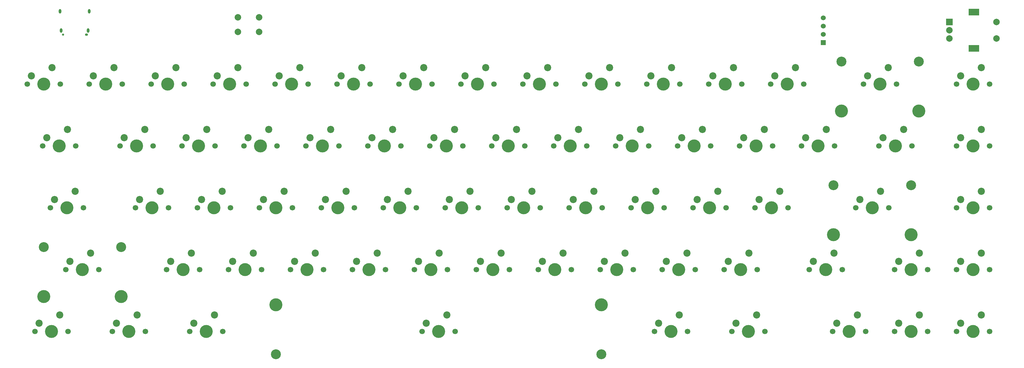
<source format=gts>
G04 #@! TF.GenerationSoftware,KiCad,Pcbnew,(5.1.9)-1*
G04 #@! TF.CreationDate,2021-04-19T20:06:47-07:00*
G04 #@! TF.ProjectId,keyboard,6b657962-6f61-4726-942e-6b696361645f,rev?*
G04 #@! TF.SameCoordinates,Original*
G04 #@! TF.FileFunction,Soldermask,Top*
G04 #@! TF.FilePolarity,Negative*
%FSLAX46Y46*%
G04 Gerber Fmt 4.6, Leading zero omitted, Abs format (unit mm)*
G04 Created by KiCad (PCBNEW (5.1.9)-1) date 2021-04-19 20:06:47*
%MOMM*%
%LPD*%
G01*
G04 APERTURE LIST*
%ADD10C,2.200000*%
%ADD11C,4.000000*%
%ADD12C,1.700000*%
%ADD13C,3.050000*%
%ADD14C,0.650000*%
%ADD15O,0.950000X0.650000*%
%ADD16O,0.800000X1.400000*%
%ADD17C,1.524000*%
%ADD18R,1.524000X1.524000*%
%ADD19C,2.000000*%
%ADD20R,2.000000X2.000000*%
%ADD21R,3.200000X2.000000*%
G04 APERTURE END LIST*
D10*
G04 #@! TO.C,K31*
X197643750Y-127000000D03*
X191293750Y-129540000D03*
D11*
X195103750Y-132080000D03*
D12*
X190023750Y-132080000D03*
X200183750Y-132080000D03*
D11*
X145103750Y-123840000D03*
X245103750Y-123840000D03*
D13*
X245103750Y-139080000D03*
X145103750Y-139080000D03*
G04 #@! TD*
D14*
G04 #@! TO.C,J1*
X79579920Y-40585480D03*
D15*
X86779920Y-40585480D03*
D16*
X78689920Y-33385480D03*
X87669920Y-33385480D03*
X87309920Y-39335480D03*
X79049920Y-39335480D03*
G04 #@! TD*
D17*
G04 #@! TO.C,OLED1*
X313350240Y-35438080D03*
X313350240Y-37978080D03*
X313350240Y-40518080D03*
D18*
X313350240Y-43058080D03*
G04 #@! TD*
D12*
G04 #@! TO.C,K54*
X307340000Y-55880000D03*
X297180000Y-55880000D03*
D11*
X302260000Y-55880000D03*
D10*
X298450000Y-53340000D03*
X304800000Y-50800000D03*
G04 #@! TD*
G04 #@! TO.C,K1*
X76200000Y-50800000D03*
X69850000Y-53340000D03*
D11*
X73660000Y-55880000D03*
D12*
X68580000Y-55880000D03*
X78740000Y-55880000D03*
G04 #@! TD*
G04 #@! TO.C,K2*
X83502500Y-74930000D03*
X73342500Y-74930000D03*
D11*
X78422500Y-74930000D03*
D10*
X74612500Y-72390000D03*
X80962500Y-69850000D03*
G04 #@! TD*
D12*
G04 #@! TO.C,K3*
X85883750Y-93980000D03*
X75723750Y-93980000D03*
D11*
X80803750Y-93980000D03*
D10*
X76993750Y-91440000D03*
X83343750Y-88900000D03*
G04 #@! TD*
G04 #@! TO.C,K4*
X88106250Y-107950000D03*
X81756250Y-110490000D03*
D11*
X85566250Y-113030000D03*
D12*
X80486250Y-113030000D03*
X90646250Y-113030000D03*
D11*
X97466250Y-121270000D03*
X73666250Y-121270000D03*
D13*
X73666250Y-106030000D03*
X97466250Y-106030000D03*
G04 #@! TD*
D10*
G04 #@! TO.C,K5*
X78581250Y-127000000D03*
X72231250Y-129540000D03*
D11*
X76041250Y-132080000D03*
D12*
X70961250Y-132080000D03*
X81121250Y-132080000D03*
G04 #@! TD*
G04 #@! TO.C,K6*
X97790000Y-55880000D03*
X87630000Y-55880000D03*
D11*
X92710000Y-55880000D03*
D10*
X88900000Y-53340000D03*
X95250000Y-50800000D03*
G04 #@! TD*
G04 #@! TO.C,K7*
X104775000Y-69850000D03*
X98425000Y-72390000D03*
D11*
X102235000Y-74930000D03*
D12*
X97155000Y-74930000D03*
X107315000Y-74930000D03*
G04 #@! TD*
G04 #@! TO.C,K8*
X112077500Y-93980000D03*
X101917500Y-93980000D03*
D11*
X106997500Y-93980000D03*
D10*
X103187500Y-91440000D03*
X109537500Y-88900000D03*
G04 #@! TD*
G04 #@! TO.C,K9*
X102393750Y-127000000D03*
X96043750Y-129540000D03*
D11*
X99853750Y-132080000D03*
D12*
X94773750Y-132080000D03*
X104933750Y-132080000D03*
G04 #@! TD*
D10*
G04 #@! TO.C,K10*
X114300000Y-50800000D03*
X107950000Y-53340000D03*
D11*
X111760000Y-55880000D03*
D12*
X106680000Y-55880000D03*
X116840000Y-55880000D03*
G04 #@! TD*
D10*
G04 #@! TO.C,K11*
X123825000Y-69850000D03*
X117475000Y-72390000D03*
D11*
X121285000Y-74930000D03*
D12*
X116205000Y-74930000D03*
X126365000Y-74930000D03*
G04 #@! TD*
G04 #@! TO.C,K12*
X131127500Y-93980000D03*
X120967500Y-93980000D03*
D11*
X126047500Y-93980000D03*
D10*
X122237500Y-91440000D03*
X128587500Y-88900000D03*
G04 #@! TD*
G04 #@! TO.C,K13*
X119062500Y-107950000D03*
X112712500Y-110490000D03*
D11*
X116522500Y-113030000D03*
D12*
X111442500Y-113030000D03*
X121602500Y-113030000D03*
G04 #@! TD*
G04 #@! TO.C,K14*
X128746250Y-132080000D03*
X118586250Y-132080000D03*
D11*
X123666250Y-132080000D03*
D10*
X119856250Y-129540000D03*
X126206250Y-127000000D03*
G04 #@! TD*
D12*
G04 #@! TO.C,K15*
X135890000Y-55880000D03*
X125730000Y-55880000D03*
D11*
X130810000Y-55880000D03*
D10*
X127000000Y-53340000D03*
X133350000Y-50800000D03*
G04 #@! TD*
D12*
G04 #@! TO.C,K16*
X145415000Y-74930000D03*
X135255000Y-74930000D03*
D11*
X140335000Y-74930000D03*
D10*
X136525000Y-72390000D03*
X142875000Y-69850000D03*
G04 #@! TD*
D12*
G04 #@! TO.C,K17*
X150177500Y-93980000D03*
X140017500Y-93980000D03*
D11*
X145097500Y-93980000D03*
D10*
X141287500Y-91440000D03*
X147637500Y-88900000D03*
G04 #@! TD*
G04 #@! TO.C,K18*
X138112500Y-107950000D03*
X131762500Y-110490000D03*
D11*
X135572500Y-113030000D03*
D12*
X130492500Y-113030000D03*
X140652500Y-113030000D03*
G04 #@! TD*
D10*
G04 #@! TO.C,K19*
X152400000Y-50800000D03*
X146050000Y-53340000D03*
D11*
X149860000Y-55880000D03*
D12*
X144780000Y-55880000D03*
X154940000Y-55880000D03*
G04 #@! TD*
G04 #@! TO.C,K20*
X164465000Y-74930000D03*
X154305000Y-74930000D03*
D11*
X159385000Y-74930000D03*
D10*
X155575000Y-72390000D03*
X161925000Y-69850000D03*
G04 #@! TD*
D12*
G04 #@! TO.C,K21*
X169227500Y-93980000D03*
X159067500Y-93980000D03*
D11*
X164147500Y-93980000D03*
D10*
X160337500Y-91440000D03*
X166687500Y-88900000D03*
G04 #@! TD*
D12*
G04 #@! TO.C,K22*
X159702500Y-113030000D03*
X149542500Y-113030000D03*
D11*
X154622500Y-113030000D03*
D10*
X150812500Y-110490000D03*
X157162500Y-107950000D03*
G04 #@! TD*
G04 #@! TO.C,K23*
X171450000Y-50800000D03*
X165100000Y-53340000D03*
D11*
X168910000Y-55880000D03*
D12*
X163830000Y-55880000D03*
X173990000Y-55880000D03*
G04 #@! TD*
D10*
G04 #@! TO.C,K24*
X180975000Y-69850000D03*
X174625000Y-72390000D03*
D11*
X178435000Y-74930000D03*
D12*
X173355000Y-74930000D03*
X183515000Y-74930000D03*
G04 #@! TD*
D10*
G04 #@! TO.C,K25*
X185737500Y-88900000D03*
X179387500Y-91440000D03*
D11*
X183197500Y-93980000D03*
D12*
X178117500Y-93980000D03*
X188277500Y-93980000D03*
G04 #@! TD*
D10*
G04 #@! TO.C,K26*
X176212500Y-107950000D03*
X169862500Y-110490000D03*
D11*
X173672500Y-113030000D03*
D12*
X168592500Y-113030000D03*
X178752500Y-113030000D03*
G04 #@! TD*
D10*
G04 #@! TO.C,K27*
X190500000Y-50800000D03*
X184150000Y-53340000D03*
D11*
X187960000Y-55880000D03*
D12*
X182880000Y-55880000D03*
X193040000Y-55880000D03*
G04 #@! TD*
G04 #@! TO.C,K28*
X202565000Y-74930000D03*
X192405000Y-74930000D03*
D11*
X197485000Y-74930000D03*
D10*
X193675000Y-72390000D03*
X200025000Y-69850000D03*
G04 #@! TD*
D12*
G04 #@! TO.C,K29*
X207327500Y-93980000D03*
X197167500Y-93980000D03*
D11*
X202247500Y-93980000D03*
D10*
X198437500Y-91440000D03*
X204787500Y-88900000D03*
G04 #@! TD*
D12*
G04 #@! TO.C,K30*
X197802500Y-113030000D03*
X187642500Y-113030000D03*
D11*
X192722500Y-113030000D03*
D10*
X188912500Y-110490000D03*
X195262500Y-107950000D03*
G04 #@! TD*
D12*
G04 #@! TO.C,K32*
X212090000Y-55880000D03*
X201930000Y-55880000D03*
D11*
X207010000Y-55880000D03*
D10*
X203200000Y-53340000D03*
X209550000Y-50800000D03*
G04 #@! TD*
G04 #@! TO.C,K33*
X219075000Y-69850000D03*
X212725000Y-72390000D03*
D11*
X216535000Y-74930000D03*
D12*
X211455000Y-74930000D03*
X221615000Y-74930000D03*
G04 #@! TD*
D10*
G04 #@! TO.C,K34*
X223837500Y-88900000D03*
X217487500Y-91440000D03*
D11*
X221297500Y-93980000D03*
D12*
X216217500Y-93980000D03*
X226377500Y-93980000D03*
G04 #@! TD*
G04 #@! TO.C,K35*
X216852500Y-113030000D03*
X206692500Y-113030000D03*
D11*
X211772500Y-113030000D03*
D10*
X207962500Y-110490000D03*
X214312500Y-107950000D03*
G04 #@! TD*
G04 #@! TO.C,K36*
X228600000Y-50800000D03*
X222250000Y-53340000D03*
D11*
X226060000Y-55880000D03*
D12*
X220980000Y-55880000D03*
X231140000Y-55880000D03*
G04 #@! TD*
G04 #@! TO.C,K37*
X240665000Y-74930000D03*
X230505000Y-74930000D03*
D11*
X235585000Y-74930000D03*
D10*
X231775000Y-72390000D03*
X238125000Y-69850000D03*
G04 #@! TD*
D12*
G04 #@! TO.C,K38*
X245427500Y-93980000D03*
X235267500Y-93980000D03*
D11*
X240347500Y-93980000D03*
D10*
X236537500Y-91440000D03*
X242887500Y-88900000D03*
G04 #@! TD*
D12*
G04 #@! TO.C,K39*
X235902500Y-113030000D03*
X225742500Y-113030000D03*
D11*
X230822500Y-113030000D03*
D10*
X227012500Y-110490000D03*
X233362500Y-107950000D03*
G04 #@! TD*
G04 #@! TO.C,K40*
X247650000Y-50800000D03*
X241300000Y-53340000D03*
D11*
X245110000Y-55880000D03*
D12*
X240030000Y-55880000D03*
X250190000Y-55880000D03*
G04 #@! TD*
D10*
G04 #@! TO.C,K41*
X257175000Y-69850000D03*
X250825000Y-72390000D03*
D11*
X254635000Y-74930000D03*
D12*
X249555000Y-74930000D03*
X259715000Y-74930000D03*
G04 #@! TD*
D10*
G04 #@! TO.C,K42*
X261937500Y-88900000D03*
X255587500Y-91440000D03*
D11*
X259397500Y-93980000D03*
D12*
X254317500Y-93980000D03*
X264477500Y-93980000D03*
G04 #@! TD*
G04 #@! TO.C,K43*
X254952500Y-113030000D03*
X244792500Y-113030000D03*
D11*
X249872500Y-113030000D03*
D10*
X246062500Y-110490000D03*
X252412500Y-107950000D03*
G04 #@! TD*
G04 #@! TO.C,K44*
X266700000Y-50800000D03*
X260350000Y-53340000D03*
D11*
X264160000Y-55880000D03*
D12*
X259080000Y-55880000D03*
X269240000Y-55880000D03*
G04 #@! TD*
G04 #@! TO.C,K45*
X278765000Y-74930000D03*
X268605000Y-74930000D03*
D11*
X273685000Y-74930000D03*
D10*
X269875000Y-72390000D03*
X276225000Y-69850000D03*
G04 #@! TD*
D12*
G04 #@! TO.C,K46*
X283527500Y-93980000D03*
X273367500Y-93980000D03*
D11*
X278447500Y-93980000D03*
D10*
X274637500Y-91440000D03*
X280987500Y-88900000D03*
G04 #@! TD*
G04 #@! TO.C,K47*
X271462500Y-107950000D03*
X265112500Y-110490000D03*
D11*
X268922500Y-113030000D03*
D12*
X263842500Y-113030000D03*
X274002500Y-113030000D03*
G04 #@! TD*
G04 #@! TO.C,K49*
X288290000Y-55880000D03*
X278130000Y-55880000D03*
D11*
X283210000Y-55880000D03*
D10*
X279400000Y-53340000D03*
X285750000Y-50800000D03*
G04 #@! TD*
D12*
G04 #@! TO.C,K50*
X297815000Y-74930000D03*
X287655000Y-74930000D03*
D11*
X292735000Y-74930000D03*
D10*
X288925000Y-72390000D03*
X295275000Y-69850000D03*
G04 #@! TD*
D12*
G04 #@! TO.C,K51*
X302577500Y-93980000D03*
X292417500Y-93980000D03*
D11*
X297497500Y-93980000D03*
D10*
X293687500Y-91440000D03*
X300037500Y-88900000D03*
G04 #@! TD*
G04 #@! TO.C,K52*
X290512500Y-107950000D03*
X284162500Y-110490000D03*
D11*
X287972500Y-113030000D03*
D12*
X282892500Y-113030000D03*
X293052500Y-113030000D03*
G04 #@! TD*
G04 #@! TO.C,K55*
X316865000Y-74930000D03*
X306705000Y-74930000D03*
D11*
X311785000Y-74930000D03*
D10*
X307975000Y-72390000D03*
X314325000Y-69850000D03*
G04 #@! TD*
G04 #@! TO.C,K56*
X316706250Y-107950000D03*
X310356250Y-110490000D03*
D11*
X314166250Y-113030000D03*
D12*
X309086250Y-113030000D03*
X319246250Y-113030000D03*
G04 #@! TD*
D10*
G04 #@! TO.C,K57*
X323850000Y-127000000D03*
X317500000Y-129540000D03*
D11*
X321310000Y-132080000D03*
D12*
X316230000Y-132080000D03*
X326390000Y-132080000D03*
G04 #@! TD*
D10*
G04 #@! TO.C,K58*
X333375000Y-50800000D03*
X327025000Y-53340000D03*
D11*
X330835000Y-55880000D03*
D12*
X325755000Y-55880000D03*
X335915000Y-55880000D03*
D11*
X342735000Y-64120000D03*
X318935000Y-64120000D03*
D13*
X318935000Y-48880000D03*
X342735000Y-48880000D03*
G04 #@! TD*
D10*
G04 #@! TO.C,K59*
X338137500Y-69850000D03*
X331787500Y-72390000D03*
D11*
X335597500Y-74930000D03*
D12*
X330517500Y-74930000D03*
X340677500Y-74930000D03*
G04 #@! TD*
D13*
G04 #@! TO.C,K60*
X340353750Y-86980000D03*
X316553750Y-86980000D03*
D11*
X316553750Y-102220000D03*
X340353750Y-102220000D03*
D12*
X333533750Y-93980000D03*
X323373750Y-93980000D03*
D11*
X328453750Y-93980000D03*
D10*
X324643750Y-91440000D03*
X330993750Y-88900000D03*
G04 #@! TD*
G04 #@! TO.C,K61*
X342900000Y-107950000D03*
X336550000Y-110490000D03*
D11*
X340360000Y-113030000D03*
D12*
X335280000Y-113030000D03*
X345440000Y-113030000D03*
G04 #@! TD*
D10*
G04 #@! TO.C,K62*
X342900000Y-127000000D03*
X336550000Y-129540000D03*
D11*
X340360000Y-132080000D03*
D12*
X335280000Y-132080000D03*
X345440000Y-132080000D03*
G04 #@! TD*
G04 #@! TO.C,K64*
X364490000Y-74930000D03*
X354330000Y-74930000D03*
D11*
X359410000Y-74930000D03*
D10*
X355600000Y-72390000D03*
X361950000Y-69850000D03*
G04 #@! TD*
G04 #@! TO.C,K65*
X361950000Y-88900000D03*
X355600000Y-91440000D03*
D11*
X359410000Y-93980000D03*
D12*
X354330000Y-93980000D03*
X364490000Y-93980000D03*
G04 #@! TD*
G04 #@! TO.C,K66*
X364490000Y-113030000D03*
X354330000Y-113030000D03*
D11*
X359410000Y-113030000D03*
D10*
X355600000Y-110490000D03*
X361950000Y-107950000D03*
G04 #@! TD*
D12*
G04 #@! TO.C,K67*
X364490000Y-132080000D03*
X354330000Y-132080000D03*
D11*
X359410000Y-132080000D03*
D10*
X355600000Y-129540000D03*
X361950000Y-127000000D03*
G04 #@! TD*
D19*
G04 #@! TO.C,SW1*
X139898000Y-39792000D03*
X139898000Y-35292000D03*
X133398000Y-39792000D03*
X133398000Y-35292000D03*
G04 #@! TD*
D10*
G04 #@! TO.C,K53*
X292893750Y-127000000D03*
X286543750Y-129540000D03*
D11*
X290353750Y-132080000D03*
D12*
X285273750Y-132080000D03*
X295433750Y-132080000D03*
G04 #@! TD*
G04 #@! TO.C,K48*
X271621250Y-132080000D03*
X261461250Y-132080000D03*
D11*
X266541250Y-132080000D03*
D10*
X262731250Y-129540000D03*
X269081250Y-127000000D03*
G04 #@! TD*
D20*
G04 #@! TO.C,SW2*
X352160000Y-36748080D03*
D19*
X352160000Y-39248080D03*
X352160000Y-41748080D03*
D21*
X359660000Y-33648080D03*
X359660000Y-44848080D03*
D19*
X366660000Y-36748080D03*
X366660000Y-41748080D03*
G04 #@! TD*
D10*
G04 #@! TO.C,K63*
X361950000Y-50800000D03*
X355600000Y-53340000D03*
D11*
X359410000Y-55880000D03*
D12*
X354330000Y-55880000D03*
X364490000Y-55880000D03*
G04 #@! TD*
M02*

</source>
